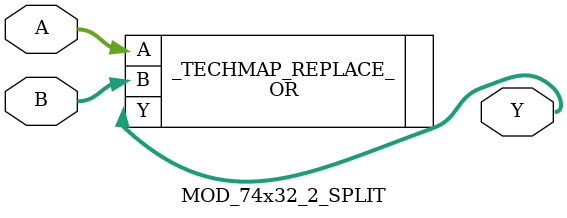
<source format=v>
module MOD_74x32_2 (A, B, Y);

parameter A_SIGNED = 0;
parameter B_SIGNED = 0;
parameter A_WIDTH = 0;
parameter B_WIDTH = 0;
parameter Y_WIDTH = 0;

input [1:0] A;
input [1:0] B;
output [1:0] Y;

OR _TECHMAP_REPLACE_(.A(A), .B(B), .Y(Y));

endmodule

module MOD_74x32_2_SPLIT (A, B, Y);

parameter A_SIGNED = 0;
parameter B_SIGNED = 0;
parameter A_WIDTH = 0;
parameter B_WIDTH = 0;
parameter Y_WIDTH = 0;

input [1:0] A;
input [1:0] B;
output [1:0] Y;


OR _TECHMAP_REPLACE_(.A(A), .B(B), .Y(Y));

endmodule
</source>
